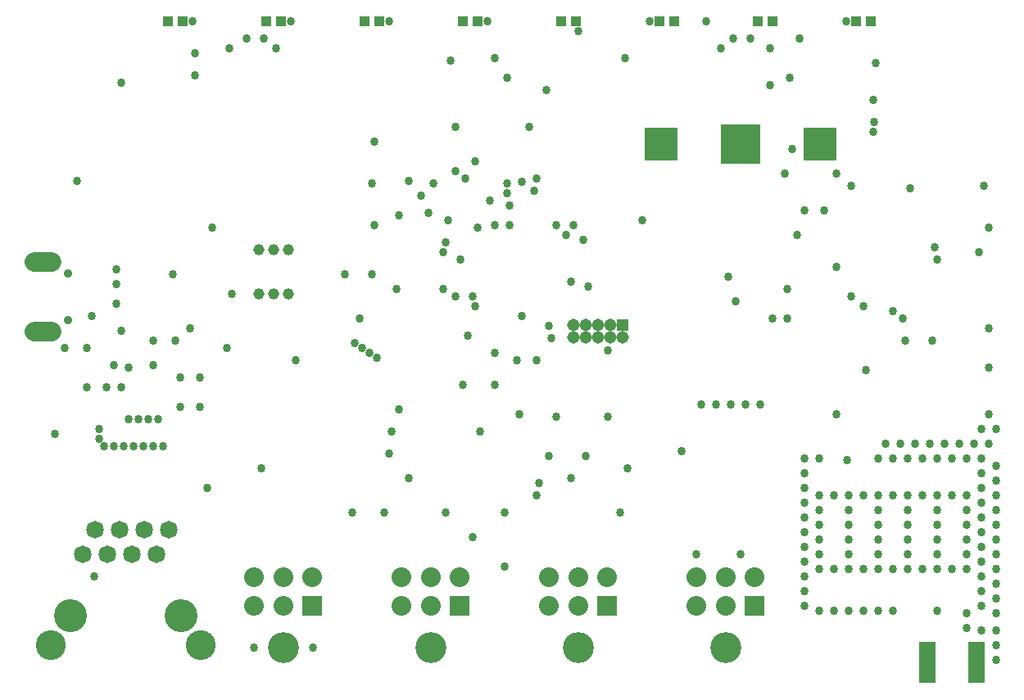
<source format=gbs>
G04 EAGLE Gerber RS-274X export*
G75*
%MOMM*%
%FSLAX34Y34*%
%LPD*%
%INSoldermask Bottom*%
%IPPOS*%
%AMOC8*
5,1,8,0,0,1.08239X$1,22.5*%
G01*
%ADD10C,2.003200*%
%ADD11C,0.903200*%
%ADD12R,1.727200X4.267200*%
%ADD13C,3.083200*%
%ADD14C,1.823200*%
%ADD15C,3.403200*%
%ADD16R,1.003200X1.003200*%
%ADD17R,3.403200X3.403200*%
%ADD18R,4.103200X4.103200*%
%ADD19R,2.039200X2.039200*%
%ADD20C,2.039200*%
%ADD21C,3.203200*%
%ADD22R,1.311200X1.311200*%
%ADD23C,1.311200*%
%ADD24C,0.855600*%
%ADD25C,1.155600*%


D10*
X9256Y434896D02*
X27256Y434896D01*
X27256Y362664D02*
X9256Y362664D01*
D11*
X44450Y422989D03*
X44450Y374571D03*
D12*
X932180Y20320D03*
X982980Y20320D03*
D13*
X181580Y38100D03*
X26180Y38100D03*
D14*
X72130Y157500D03*
X148330Y157500D03*
X122930Y157500D03*
X135630Y132100D03*
X110230Y132100D03*
X59430Y132100D03*
X84830Y132100D03*
X97530Y157500D03*
D15*
X161030Y68700D03*
X46730Y68700D03*
D16*
X873640Y683260D03*
X858640Y683260D03*
X772040Y683260D03*
X757040Y683260D03*
X670440Y683260D03*
X655440Y683260D03*
X568840Y683260D03*
X553840Y683260D03*
X452240Y683260D03*
X467240Y683260D03*
X350640Y683260D03*
X365640Y683260D03*
X249040Y683260D03*
X264040Y683260D03*
X147440Y683260D03*
X162440Y683260D03*
D17*
X821140Y556260D03*
X657140Y556260D03*
D18*
X739140Y556260D03*
D19*
X601500Y78760D03*
D20*
X571500Y78760D03*
X541500Y78760D03*
X601500Y108760D03*
X571500Y108760D03*
X541500Y108760D03*
D21*
X571500Y35560D03*
D19*
X449100Y78760D03*
D20*
X419100Y78760D03*
X389100Y78760D03*
X449100Y108760D03*
X419100Y108760D03*
X389100Y108760D03*
D21*
X419100Y35560D03*
D19*
X296700Y78760D03*
D20*
X266700Y78760D03*
X236700Y78760D03*
X296700Y108760D03*
X266700Y108760D03*
X236700Y108760D03*
D21*
X266700Y35560D03*
D22*
X617220Y369570D03*
D23*
X617220Y356870D03*
X604520Y369570D03*
X604520Y356870D03*
X591820Y369570D03*
X591820Y356870D03*
X579120Y369570D03*
X579120Y356870D03*
X566420Y369570D03*
X566420Y356870D03*
D19*
X753900Y78760D03*
D20*
X723900Y78760D03*
X693900Y78760D03*
X753900Y108760D03*
X723900Y108760D03*
X693900Y108760D03*
D21*
X723900Y35560D03*
D24*
X528320Y193040D03*
X386080Y482600D03*
X279400Y332740D03*
X495300Y175260D03*
X838200Y429260D03*
X434340Y175260D03*
X614680Y175260D03*
X678180Y238760D03*
X337820Y175260D03*
X370840Y175260D03*
X187960Y200660D03*
X820420Y193040D03*
X820420Y177800D03*
X820420Y162560D03*
X820420Y147320D03*
X820420Y132080D03*
X820420Y116840D03*
X835660Y193040D03*
X866140Y193040D03*
X896620Y193040D03*
X927100Y193040D03*
X957580Y193040D03*
X850900Y193040D03*
X850900Y177800D03*
X850900Y162560D03*
X850900Y147320D03*
X850900Y132080D03*
X850900Y116840D03*
X835660Y116840D03*
X881380Y193040D03*
X911860Y193040D03*
X942340Y193040D03*
X972820Y193040D03*
X972820Y177800D03*
X972820Y162560D03*
X972820Y147320D03*
X972820Y132080D03*
X972820Y116840D03*
X957580Y116840D03*
X942340Y116840D03*
X927100Y116840D03*
X911860Y116840D03*
X896620Y116840D03*
X881380Y116840D03*
X866140Y116840D03*
X881380Y132080D03*
X881380Y147320D03*
X881380Y162560D03*
X881380Y177800D03*
X911860Y177800D03*
X911860Y162560D03*
X911860Y147320D03*
X911860Y132080D03*
X942340Y132080D03*
X942340Y147320D03*
X942340Y162560D03*
X942340Y177800D03*
X988060Y124460D03*
X988060Y109220D03*
X988060Y93980D03*
X988060Y78740D03*
X972820Y71120D03*
X942340Y73660D03*
X972820Y55880D03*
X988060Y53340D03*
X1003300Y53340D03*
X1003300Y38100D03*
X1003300Y22860D03*
X805180Y124460D03*
X805180Y109220D03*
X805180Y93980D03*
X805180Y78740D03*
X820420Y73660D03*
X835660Y73660D03*
X850900Y73660D03*
X866140Y73660D03*
X881380Y73660D03*
X896620Y73660D03*
X805180Y139700D03*
X805180Y154940D03*
X805180Y170180D03*
X988060Y139700D03*
X988060Y154940D03*
X988060Y170180D03*
X988060Y185420D03*
X988060Y200660D03*
X988060Y215900D03*
X988060Y231140D03*
X972820Y231140D03*
X957580Y231140D03*
X942340Y231140D03*
X927100Y231140D03*
X911860Y231140D03*
X896620Y231140D03*
X878840Y640080D03*
X881380Y231140D03*
X805180Y185420D03*
X805180Y200660D03*
X805180Y215900D03*
X805180Y231140D03*
X820420Y231140D03*
X995680Y246380D03*
X980440Y246380D03*
X965200Y246380D03*
X949960Y246380D03*
X934720Y246380D03*
X919480Y246380D03*
X904240Y246380D03*
X889000Y246380D03*
X988060Y261620D03*
X1003300Y261620D03*
X995680Y276860D03*
X1003300Y116840D03*
X1003300Y101600D03*
X1003300Y86360D03*
X1003300Y71120D03*
X1003300Y132080D03*
X1003300Y147320D03*
X1003300Y162560D03*
X1003300Y177800D03*
X1003300Y193040D03*
X1003300Y208280D03*
X1003300Y223520D03*
X538480Y612140D03*
X358140Y515620D03*
X462280Y149860D03*
X497840Y624840D03*
X132080Y243840D03*
X91440Y243840D03*
X76200Y251460D03*
X106680Y271780D03*
X127000Y271780D03*
X137160Y271780D03*
X116840Y271780D03*
X101600Y243840D03*
X111760Y243840D03*
X121920Y243840D03*
X142240Y243840D03*
X76200Y261620D03*
X91440Y327660D03*
X63500Y345440D03*
X132080Y327660D03*
X132080Y353060D03*
X154940Y353060D03*
X63500Y304800D03*
X520700Y574040D03*
X800100Y665480D03*
X876300Y568960D03*
X937260Y353060D03*
X985520Y444500D03*
X914400Y510540D03*
X853440Y513080D03*
X726440Y419100D03*
X868680Y322580D03*
X866140Y388620D03*
X939800Y449580D03*
X693420Y132080D03*
X739140Y132080D03*
X360680Y558800D03*
X360680Y472440D03*
X525780Y508000D03*
X563880Y414020D03*
X464820Y388620D03*
X513080Y378460D03*
X528320Y332740D03*
X508000Y332740D03*
X485140Y307340D03*
X548640Y274320D03*
X601980Y274320D03*
X469900Y259080D03*
X396240Y210820D03*
X99060Y619760D03*
X175260Y650240D03*
X152400Y421640D03*
X193040Y469900D03*
X93980Y426720D03*
X213360Y401320D03*
X208280Y345440D03*
X792480Y551180D03*
X619760Y645160D03*
X797560Y462280D03*
X787400Y406400D03*
X495300Y119380D03*
X530860Y205740D03*
X563880Y210820D03*
X510540Y276860D03*
X378460Y259080D03*
X375920Y236220D03*
X990600Y513080D03*
X601980Y342900D03*
X541020Y368300D03*
X581660Y408940D03*
X576580Y457200D03*
X558800Y462280D03*
X434340Y454660D03*
X431800Y406400D03*
X345440Y375920D03*
X408940Y502920D03*
X439420Y642620D03*
X485140Y645160D03*
X853440Y398780D03*
X909320Y353060D03*
X421640Y515620D03*
X485140Y472440D03*
X500380Y472440D03*
X454660Y520700D03*
X464820Y538480D03*
X497840Y505460D03*
X71120Y109220D03*
X236220Y35560D03*
X297180Y35560D03*
X160020Y314960D03*
X180340Y314960D03*
X180340Y284480D03*
X160020Y284480D03*
X83820Y304800D03*
X99060Y304800D03*
X30480Y256540D03*
X81280Y243840D03*
X68580Y378460D03*
X170180Y365760D03*
X243840Y220980D03*
X637540Y477520D03*
X995680Y325120D03*
X995680Y365760D03*
X995680Y469900D03*
X838200Y525780D03*
X784860Y525780D03*
X444500Y528320D03*
X444500Y574040D03*
X543560Y355600D03*
X457200Y358140D03*
X622300Y220980D03*
D25*
X241300Y447040D03*
X256540Y447040D03*
X271780Y447040D03*
X271780Y401320D03*
X256540Y401320D03*
X241300Y401320D03*
D24*
X838200Y276860D03*
X106680Y325120D03*
X99060Y363220D03*
X942340Y436880D03*
X396240Y518160D03*
X485140Y340360D03*
X383540Y406400D03*
X93980Y411480D03*
X444500Y398780D03*
X93980Y391160D03*
X462280Y398780D03*
X358140Y421640D03*
X330200Y421640D03*
X480060Y497840D03*
X789940Y624840D03*
X497840Y515620D03*
X769620Y617220D03*
X528320Y520700D03*
X876300Y601980D03*
X500380Y492760D03*
X513200Y518040D03*
X877000Y579820D03*
X386080Y281940D03*
X452120Y307340D03*
X436880Y477520D03*
X347980Y345440D03*
X416560Y485140D03*
X340360Y350520D03*
X548640Y472440D03*
X363220Y335280D03*
X848360Y683260D03*
X703580Y683260D03*
X645160Y683260D03*
X571500Y673100D03*
X467360Y469900D03*
X355600Y340360D03*
X541020Y233680D03*
X579120Y233680D03*
X477520Y683260D03*
X375920Y683260D03*
X274320Y683260D03*
X172720Y683260D03*
X896620Y383540D03*
X431800Y444500D03*
X906780Y375920D03*
X449580Y436880D03*
X805180Y487680D03*
X744220Y287020D03*
X825500Y487680D03*
X759460Y287020D03*
X734060Y393700D03*
X728980Y287020D03*
X53340Y518160D03*
X40640Y345440D03*
X566420Y472440D03*
X175260Y627380D03*
X849700Y229940D03*
X769620Y655320D03*
X749300Y665480D03*
X731520Y665480D03*
X718820Y655320D03*
X259080Y655320D03*
X246380Y665480D03*
X228600Y665480D03*
X210820Y655320D03*
X787400Y375920D03*
X698500Y287020D03*
X772160Y375920D03*
X713740Y287020D03*
M02*

</source>
